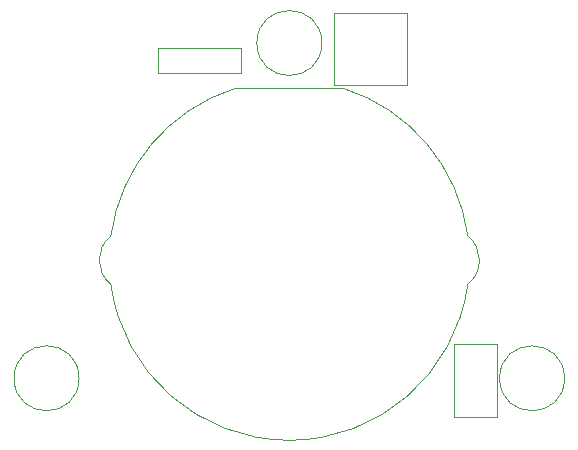
<source format=gbr>
%TF.GenerationSoftware,KiCad,Pcbnew,(6.0.7-1)-1*%
%TF.CreationDate,2023-10-30T20:01:35+10:00*%
%TF.ProjectId,GAUGE_Analog Instruments-12v,47415547-455f-4416-9e61-6c6f6720496e,rev?*%
%TF.SameCoordinates,Original*%
%TF.FileFunction,Other,User*%
%FSLAX46Y46*%
G04 Gerber Fmt 4.6, Leading zero omitted, Abs format (unit mm)*
G04 Created by KiCad (PCBNEW (6.0.7-1)-1) date 2023-10-30 20:01:35*
%MOMM*%
%LPD*%
G01*
G04 APERTURE LIST*
%ADD10C,0.050000*%
%ADD11C,0.100000*%
G04 APERTURE END LIST*
D10*
%TO.C,H3*%
X182687800Y-78484600D02*
G75*
G03*
X182687800Y-78484600I-2750000J0D01*
G01*
D11*
%TO.C,M1*%
X175370526Y-82318000D02*
X184505074Y-82318000D01*
X164824746Y-98907130D02*
G75*
G03*
X195049730Y-98915448I15113054J2039131D01*
G01*
X195050856Y-94828870D02*
G75*
G03*
X184502177Y-82317091I-15113056J-2039130D01*
G01*
X164824745Y-94828870D02*
G75*
G03*
X164824445Y-98906892I1613056J-2039130D01*
G01*
X195050855Y-98907130D02*
G75*
G03*
X195051155Y-94829108I-1613055J2039130D01*
G01*
X175370526Y-82317999D02*
G75*
G03*
X164824339Y-94831879I4567276J-14550002D01*
G01*
D10*
%TO.C,H1*%
X162134300Y-106868000D02*
G75*
G03*
X162134300Y-106868000I-2750000J0D01*
G01*
%TO.C,H2*%
X203241300Y-106868000D02*
G75*
G03*
X203241300Y-106868000I-2750000J0D01*
G01*
%TO.C,J2*%
X189880500Y-75917600D02*
X183730500Y-75917600D01*
X183730500Y-82067600D02*
X189880500Y-82067600D01*
X183730500Y-75917600D02*
X183730500Y-82067600D01*
X189880500Y-82067600D02*
X189880500Y-75917600D01*
%TO.C,J1*%
X197490500Y-110139600D02*
X197490500Y-103989600D01*
X193890500Y-103989600D02*
X193890500Y-110139600D01*
X193890500Y-110139600D02*
X197490500Y-110139600D01*
X197490500Y-103989600D02*
X193890500Y-103989600D01*
%TO.C,R1*%
X168825500Y-78884600D02*
X168825500Y-80984600D01*
X168825500Y-80984600D02*
X175805500Y-80984600D01*
X175805500Y-78884600D02*
X168825500Y-78884600D01*
X175805500Y-80984600D02*
X175805500Y-78884600D01*
%TD*%
M02*

</source>
